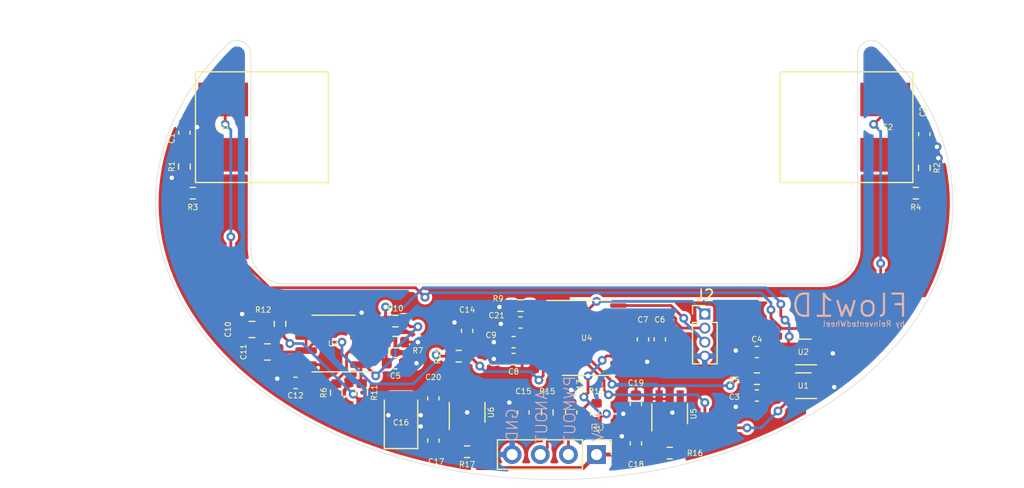
<source format=kicad_pcb>
(kicad_pcb (version 20171130) (host pcbnew 5.1.9-73d0e3b20d~88~ubuntu20.04.1)
  (layers (0 F.Cu signal) (31 B.Cu signal) (34 B.Paste user) (35 F.Paste user) (36 B.SilkS user) (37 F.SilkS user) (38 B.Mask user) (39 F.Mask user) (44 Edge.Cuts user))
  (net 0 "")
  (net 1 GND)
  (net 2 "Net-(C1-Pad1)")
  (net 3 "Net-(C2-Pad1)")
  (net 4 VDD)
  (net 5 "Net-(C5-Pad1)")
  (net 6 VDDA)
  (net 7 "Net-(C10-Pad1)")
  (net 8 "Net-(C11-Pad2)")
  (net 9 "Net-(C11-Pad1)")
  (net 10 "Net-(C13-Pad2)")
  (net 11 /ADC_IN)
  (net 12 /OUT_ANALOG)
  (net 13 +5V)
  (net 14 /OUT_PWM)
  (net 15 /SWCLK)
  (net 16 /SWDIO)
  (net 17 /NRST)
  (net 18 "Net-(LS2-Pad2)")
  (net 19 "Net-(R5-Pad2)")
  (net 20 /PULSE)
  (net 21 "Net-(R9-Pad1)")
  (net 22 /SIGNAL)
  (net 23 "Net-(R10-Pad1)")
  (net 24 "Net-(R16-Pad1)")
  (net 25 "Net-(R17-Pad1)")
  (net 26 /DIR)
  (net 27 "Net-(U4-Pad18)")
  (net 28 "Net-(U4-Pad17)")
  (net 29 "Net-(U4-Pad14)")
  (net 30 "Net-(U4-Pad12)")
  (net 31 "Net-(U4-Pad11)")
  (net 32 "Net-(U4-Pad10)")
  (net 33 "Net-(U4-Pad7)")
  (net 34 "Net-(U4-Pad3)")
  (net 35 "Net-(U4-Pad2)")
  (net 36 "Net-(U5-Pad4)")
  (net 37 "Net-(U6-Pad4)")
  (net 38 "Net-(LS1-Pad1)")
  (module Connector_PinHeader_1.27mm:PinHeader_1x04_P1.27mm_Vertical (layer F.Cu) (at 164.338 131.445)
    (fp_text reference J2 (at 0 -1.695) (layer F.SilkS))
    (fp_text value Conn_01x04_Male)
    (pad 4 thru_hole oval (at 0 3.81) (size 1 1) (drill 0.65) (layers *.Cu *.Mask) (net 1 GND))
    (pad 3 thru_hole oval (at 0 2.54) (size 1 1) (drill 0.65) (layers *.Cu *.Mask) (net 15 /SWCLK))
    (pad 2 thru_hole oval (at 0 1.27) (size 1 1) (drill 0.65) (layers *.Cu *.Mask) (net 16 /SWDIO))
    (pad 1 thru_hole rect (at 0 0) (size 1 1) (drill 0.65) (layers *.Cu *.Mask) (net 17 /NRST))
  )
  (module Capacitor_SMD:C_0603_1608Metric (layer F.Cu) (at 147.701 132.207 180)
    (fp_text reference C21 (at 2.159 0.635) (layer F.SilkS) (effects (font (size 0.5 0.5) (thickness 0.075))))
    (fp_text value 100n)
    (pad 2 smd roundrect (at 0.775 0 180) (size 0.9 0.95) (layers F.Cu F.Paste F.Mask) (net 1 GND))
    (pad 1 smd roundrect (at -0.775 0 180) (size 0.9 0.95) (layers F.Cu F.Paste F.Mask) (net 17 /NRST))
  )
  (module Capacitor_SMD:C_0603_1608Metric (layer F.Cu) (at 169.037 138.811 180)
    (fp_text reference C3 (at 2.032 -0.127) (layer F.SilkS) (effects (font (size 0.5 0.5) (thickness 0.075))))
    (fp_text value 100n)
    (pad 2 smd roundrect (at 0.775 0 180) (size 0.9 0.95) (layers F.Cu F.Paste F.Mask) (net 1 GND))
    (pad 1 smd roundrect (at -0.775 0 180) (size 0.9 0.95) (layers F.Cu F.Paste F.Mask) (net 4 VDD))
  )
  (module Capacitor_SMD:C_0603_1608Metric (layer F.Cu) (at 152.273 140.335 270)
    (fp_text reference C13 (at -2.286 -0.762 270) (layer F.SilkS) (effects (font (size 0.5 0.5) (thickness 0.075))))
    (fp_text value 2.2u)
    (pad 2 smd roundrect (at 0.775 0 270) (size 0.9 0.95) (layers F.Cu F.Paste F.Mask) (net 10 "Net-(C13-Pad2)"))
    (pad 1 smd roundrect (at -0.775 0 270) (size 0.9 0.95) (layers F.Cu F.Paste F.Mask) (net 1 GND))
  )
  (module Capacitor_Tantalum_SMD:CP_EIA-3528-12_Kemet-T_Pad1.50x2.35mm_HandSolder (layer F.Cu) (at 136.906 140.97 90)
    (fp_text reference C16 (at -0.28 0 180) (layer F.SilkS) (effects (font (size 0.5 0.5) (thickness 0.075))))
    (fp_text value "47u 10v")
    (pad 2 smd roundrect (at 1.625 0 90) (size 1.5 2.35) (layers F.Cu F.Paste F.Mask) (roundrect_rratio 0.1666666666666667) (net 1 GND))
    (pad 1 smd roundrect (at -1.625 0 90) (size 1.5 2.35) (layers F.Cu F.Paste F.Mask) (roundrect_rratio 0.1666666666666667) (net 13 +5V))
  )
  (module Package_TO_SOT_SMD:SOT-363_SC-70-6_Handsoldering (layer F.Cu) (at 173.228 134.874 180)
    (fp_text reference U2 (at 0 0) (layer F.SilkS) (effects (font (size 0.5 0.5) (thickness 0.075))))
    (fp_text value NC7SB3157P6X)
    (pad 6 smd rect (at 1.33 -0.65 180) (size 1.5 0.4) (layers F.Cu F.Paste F.Mask) (net 26 /DIR))
    (pad 5 smd rect (at 1.33 0 180) (size 1.5 0.4) (layers F.Cu F.Paste F.Mask) (net 4 VDD))
    (pad 4 smd rect (at 1.33 0.65 180) (size 1.5 0.4) (layers F.Cu F.Paste F.Mask) (net 22 /SIGNAL))
    (pad 3 smd rect (at -1.33 0.65 180) (size 1.5 0.4) (layers F.Cu F.Paste F.Mask) (net 38 "Net-(LS1-Pad1)"))
    (pad 2 smd rect (at -1.33 0 180) (size 1.5 0.4) (layers F.Cu F.Paste F.Mask) (net 1 GND))
    (pad 1 smd rect (at -1.33 -0.65 180) (size 1.5 0.4) (layers F.Cu F.Paste F.Mask) (net 18 "Net-(LS2-Pad2)"))
  )
  (module Package_TO_SOT_SMD:SOT-363_SC-70-6_Handsoldering (layer F.Cu) (at 173.228 137.922 180)
    (fp_text reference U1 (at 0 0) (layer F.SilkS) (effects (font (size 0.5 0.5) (thickness 0.075))))
    (fp_text value NC7SB3157P6X)
    (pad 6 smd rect (at 1.33 -0.65 180) (size 1.5 0.4) (layers F.Cu F.Paste F.Mask) (net 26 /DIR))
    (pad 5 smd rect (at 1.33 0 180) (size 1.5 0.4) (layers F.Cu F.Paste F.Mask) (net 4 VDD))
    (pad 4 smd rect (at 1.33 0.65 180) (size 1.5 0.4) (layers F.Cu F.Paste F.Mask) (net 19 "Net-(R5-Pad2)"))
    (pad 3 smd rect (at -1.33 0.65 180) (size 1.5 0.4) (layers F.Cu F.Paste F.Mask) (net 18 "Net-(LS2-Pad2)"))
    (pad 2 smd rect (at -1.33 0 180) (size 1.5 0.4) (layers F.Cu F.Paste F.Mask) (net 1 GND))
    (pad 1 smd rect (at -1.33 -0.65 180) (size 1.5 0.4) (layers F.Cu F.Paste F.Mask) (net 38 "Net-(LS1-Pad1)"))
  )
  (module Package_TO_SOT_SMD:SOT-23-5_HandSoldering (layer F.Cu) (at 142.875 140.335 90)
    (fp_text reference U6 (at 0 2.159 90) (layer F.SilkS) (effects (font (size 0.5 0.5) (thickness 0.075))))
    (fp_text value LR9102G)
    (pad 5 smd rect (at 1.35 -0.95 90) (size 1.56 0.65) (layers F.Cu F.Paste F.Mask) (net 6 VDDA))
    (pad 4 smd rect (at 1.35 0.95 90) (size 1.56 0.65) (layers F.Cu F.Paste F.Mask) (net 37 "Net-(U6-Pad4)"))
    (pad 3 smd rect (at -1.35 0.95 90) (size 1.56 0.65) (layers F.Cu F.Paste F.Mask) (net 25 "Net-(R17-Pad1)"))
    (pad 2 smd rect (at -1.35 0 90) (size 1.56 0.65) (layers F.Cu F.Paste F.Mask) (net 1 GND))
    (pad 1 smd rect (at -1.35 -0.95 90) (size 1.56 0.65) (layers F.Cu F.Paste F.Mask) (net 13 +5V))
  )
  (module Package_TO_SOT_SMD:SOT-23-5_HandSoldering (layer F.Cu) (at 161.163 140.462 90)
    (fp_text reference U5 (at 0 2.159 90) (layer F.SilkS) (effects (font (size 0.5 0.5) (thickness 0.075))))
    (fp_text value LR9102G)
    (pad 5 smd rect (at 1.35 -0.95 90) (size 1.56 0.65) (layers F.Cu F.Paste F.Mask) (net 4 VDD))
    (pad 4 smd rect (at 1.35 0.95 90) (size 1.56 0.65) (layers F.Cu F.Paste F.Mask) (net 36 "Net-(U5-Pad4)"))
    (pad 3 smd rect (at -1.35 0.95 90) (size 1.56 0.65) (layers F.Cu F.Paste F.Mask) (net 24 "Net-(R16-Pad1)"))
    (pad 2 smd rect (at -1.35 0 90) (size 1.56 0.65) (layers F.Cu F.Paste F.Mask) (net 1 GND))
    (pad 1 smd rect (at -1.35 -0.95 90) (size 1.56 0.65) (layers F.Cu F.Paste F.Mask) (net 13 +5V))
  )
  (module Package_SO:TSSOP-20_4.4x6.5mm_P0.65mm (layer F.Cu) (at 153.67 133.604)
    (fp_text reference U4 (at 0 0) (layer F.SilkS) (effects (font (size 0.5 0.5) (thickness 0.075))))
    (fp_text value STM32L031F4Px)
    (pad 20 smd roundrect (at 2.8625 -2.925) (size 1.475 0.4) (layers F.Cu F.Paste F.Mask) (net 15 /SWCLK))
    (pad 19 smd roundrect (at 2.8625 -2.275) (size 1.475 0.4) (layers F.Cu F.Paste F.Mask) (net 16 /SWDIO))
    (pad 18 smd roundrect (at 2.8625 -1.625) (size 1.475 0.4) (layers F.Cu F.Paste F.Mask) (net 27 "Net-(U4-Pad18)"))
    (pad 17 smd roundrect (at 2.8625 -0.975) (size 1.475 0.4) (layers F.Cu F.Paste F.Mask) (net 28 "Net-(U4-Pad17)"))
    (pad 16 smd roundrect (at 2.8625 -0.325) (size 1.475 0.4) (layers F.Cu F.Paste F.Mask) (net 4 VDD))
    (pad 15 smd roundrect (at 2.8625 0.325) (size 1.475 0.4) (layers F.Cu F.Paste F.Mask) (net 1 GND))
    (pad 14 smd roundrect (at 2.8625 0.975) (size 1.475 0.4) (layers F.Cu F.Paste F.Mask) (net 29 "Net-(U4-Pad14)"))
    (pad 13 smd roundrect (at 2.8625 1.625) (size 1.475 0.4) (layers F.Cu F.Paste F.Mask) (net 14 /OUT_PWM))
    (pad 12 smd roundrect (at 2.8625 2.275) (size 1.475 0.4) (layers F.Cu F.Paste F.Mask) (net 30 "Net-(U4-Pad12)"))
    (pad 11 smd roundrect (at 2.8625 2.925) (size 1.475 0.4) (layers F.Cu F.Paste F.Mask) (net 31 "Net-(U4-Pad11)"))
    (pad 10 smd roundrect (at -2.8625 2.925) (size 1.475 0.4) (layers F.Cu F.Paste F.Mask) (net 32 "Net-(U4-Pad10)"))
    (pad 9 smd roundrect (at -2.8625 2.275) (size 1.475 0.4) (layers F.Cu F.Paste F.Mask) (net 26 /DIR))
    (pad 8 smd roundrect (at -2.8625 1.625) (size 1.475 0.4) (layers F.Cu F.Paste F.Mask) (net 20 /PULSE))
    (pad 7 smd roundrect (at -2.8625 0.975) (size 1.475 0.4) (layers F.Cu F.Paste F.Mask) (net 33 "Net-(U4-Pad7)"))
    (pad 6 smd roundrect (at -2.8625 0.325) (size 1.475 0.4) (layers F.Cu F.Paste F.Mask) (net 11 /ADC_IN))
    (pad 5 smd roundrect (at -2.8625 -0.325) (size 1.475 0.4) (layers F.Cu F.Paste F.Mask) (net 6 VDDA))
    (pad 4 smd roundrect (at -2.8625 -0.975) (size 1.475 0.4) (layers F.Cu F.Paste F.Mask) (net 17 /NRST))
    (pad 3 smd roundrect (at -2.8625 -1.625) (size 1.475 0.4) (layers F.Cu F.Paste F.Mask) (net 34 "Net-(U4-Pad3)"))
    (pad 2 smd roundrect (at -2.8625 -2.275) (size 1.475 0.4) (layers F.Cu F.Paste F.Mask) (net 35 "Net-(U4-Pad2)"))
    (pad 1 smd roundrect (at -2.8625 -2.925) (size 1.475 0.4) (layers F.Cu F.Paste F.Mask) (net 21 "Net-(R9-Pad1)"))
  )
  (module Package_SO:SOIC-8_3.9x4.9mm_P1.27mm (layer F.Cu) (at 130.81 134.112 180)
    (fp_text reference U3 (at 0 0) (layer F.SilkS) (effects (font (size 0.5 0.5) (thickness 0.075))))
    (fp_text value TLV9062)
    (pad 8 smd roundrect (at 2.475 -1.905 180) (size 1.95 0.6) (layers F.Cu F.Paste F.Mask) (net 6 VDDA))
    (pad 7 smd roundrect (at 2.475 -0.635 180) (size 1.95 0.6) (layers F.Cu F.Paste F.Mask) (net 9 "Net-(C11-Pad1)"))
    (pad 6 smd roundrect (at 2.475 0.635 180) (size 1.95 0.6) (layers F.Cu F.Paste F.Mask) (net 9 "Net-(C11-Pad1)"))
    (pad 5 smd roundrect (at 2.475 1.905 180) (size 1.95 0.6) (layers F.Cu F.Paste F.Mask) (net 7 "Net-(C10-Pad1)"))
    (pad 4 smd roundrect (at -2.475 1.905 180) (size 1.95 0.6) (layers F.Cu F.Paste F.Mask) (net 1 GND))
    (pad 3 smd roundrect (at -2.475 0.635 180) (size 1.95 0.6) (layers F.Cu F.Paste F.Mask) (net 22 /SIGNAL))
    (pad 2 smd roundrect (at -2.475 -0.635 180) (size 1.95 0.6) (layers F.Cu F.Paste F.Mask) (net 5 "Net-(C5-Pad1)"))
    (pad 1 smd roundrect (at -2.475 -1.905 180) (size 1.95 0.6) (layers F.Cu F.Paste F.Mask) (net 23 "Net-(R10-Pad1)"))
  )
  (module Resistor_SMD:R_0603_1608Metric (layer F.Cu) (at 142.875 143.891 180)
    (fp_text reference R17 (at 0 -1.143) (layer F.SilkS) (effects (font (size 0.5 0.5) (thickness 0.075))))
    (fp_text value 10k)
    (pad 2 smd roundrect (at 0.825 0 180) (size 0.8 0.95) (layers F.Cu F.Paste F.Mask) (net 13 +5V))
    (pad 1 smd roundrect (at -0.825 0 180) (size 0.8 0.95) (layers F.Cu F.Paste F.Mask) (net 25 "Net-(R17-Pad1)"))
  )
  (module Resistor_SMD:R_0603_1608Metric (layer F.Cu) (at 161.163 144.018 180)
    (fp_text reference R16 (at -2.286 0 180) (layer F.SilkS) (effects (font (size 0.5 0.5) (thickness 0.075))))
    (fp_text value 10k)
    (pad 2 smd roundrect (at 0.825 0 180) (size 0.8 0.95) (layers F.Cu F.Paste F.Mask) (net 13 +5V))
    (pad 1 smd roundrect (at -0.825 0 180) (size 0.8 0.95) (layers F.Cu F.Paste F.Mask) (net 24 "Net-(R16-Pad1)"))
  )
  (module Resistor_SMD:R_0603_1608Metric (layer F.Cu) (at 150.114 140.335 90)
    (fp_text reference R15 (at 1.905 0 180) (layer F.SilkS) (effects (font (size 0.5 0.5) (thickness 0.075))))
    (fp_text value 4.7k)
    (pad 2 smd roundrect (at 0.825 0 90) (size 0.8 0.95) (layers F.Cu F.Paste F.Mask) (net 10 "Net-(C13-Pad2)"))
    (pad 1 smd roundrect (at -0.825 0 90) (size 0.8 0.95) (layers F.Cu F.Paste F.Mask) (net 12 /OUT_ANALOG))
  )
  (module Resistor_SMD:R_0603_1608Metric (layer F.Cu) (at 142.113 135.255 180)
    (fp_text reference R14 (at 1.905 0 90) (layer F.SilkS) (effects (font (size 0.5 0.5) (thickness 0.075))))
    (fp_text value 22R)
    (pad 2 smd roundrect (at 0.825 0 180) (size 0.8 0.95) (layers F.Cu F.Paste F.Mask) (net 9 "Net-(C11-Pad1)"))
    (pad 1 smd roundrect (at -0.825 0 180) (size 0.8 0.95) (layers F.Cu F.Paste F.Mask) (net 11 /ADC_IN))
  )
  (module Resistor_SMD:R_0603_1608Metric (layer F.Cu) (at 154.559 140.335 270)
    (fp_text reference R13 (at -1.905 0 180) (layer F.SilkS) (effects (font (size 0.5 0.5) (thickness 0.075))))
    (fp_text value 470R)
    (pad 2 smd roundrect (at 0.825 0 270) (size 0.8 0.95) (layers F.Cu F.Paste F.Mask) (net 14 /OUT_PWM))
    (pad 1 smd roundrect (at -0.825 0 270) (size 0.8 0.95) (layers F.Cu F.Paste F.Mask) (net 10 "Net-(C13-Pad2)"))
  )
  (module Resistor_SMD:R_0603_1608Metric (layer F.Cu) (at 125.984 132.334 270)
    (fp_text reference R12 (at -1.27 1.524) (layer F.SilkS) (effects (font (size 0.5 0.5) (thickness 0.075))))
    (fp_text value "2.21k %1")
    (pad 2 smd roundrect (at 0.825 0 270) (size 0.8 0.95) (layers F.Cu F.Paste F.Mask) (net 8 "Net-(C11-Pad2)"))
    (pad 1 smd roundrect (at -0.825 0 270) (size 0.8 0.95) (layers F.Cu F.Paste F.Mask) (net 7 "Net-(C10-Pad1)"))
  )
  (module Resistor_SMD:R_0603_1608Metric (layer F.Cu) (at 133.35 138.557 90)
    (fp_text reference R11 (at 0 1.143 90) (layer F.SilkS) (effects (font (size 0.5 0.5) (thickness 0.075))))
    (fp_text value "1.4k %1")
    (pad 2 smd roundrect (at 0.825 0 90) (size 0.8 0.95) (layers F.Cu F.Paste F.Mask) (net 23 "Net-(R10-Pad1)"))
    (pad 1 smd roundrect (at -0.825 0 90) (size 0.8 0.95) (layers F.Cu F.Paste F.Mask) (net 8 "Net-(C11-Pad2)"))
  )
  (module Resistor_SMD:R_0603_1608Metric (layer F.Cu) (at 136.398 132.08 180)
    (fp_text reference R10 (at 0 1.143) (layer F.SilkS) (effects (font (size 0.5 0.5) (thickness 0.075))))
    (fp_text value 47k)
    (pad 2 smd roundrect (at 0.825 0 180) (size 0.8 0.95) (layers F.Cu F.Paste F.Mask) (net 22 /SIGNAL))
    (pad 1 smd roundrect (at -0.825 0 180) (size 0.8 0.95) (layers F.Cu F.Paste F.Mask) (net 23 "Net-(R10-Pad1)"))
  )
  (module Resistor_SMD:R_0603_1608Metric (layer F.Cu) (at 147.701 130.683 180)
    (fp_text reference R9 (at 2.032 0.635) (layer F.SilkS) (effects (font (size 0.5 0.5) (thickness 0.075))))
    (fp_text value 10k)
    (pad 2 smd roundrect (at 0.825 0 180) (size 0.8 0.95) (layers F.Cu F.Paste F.Mask) (net 1 GND))
    (pad 1 smd roundrect (at -0.825 0 180) (size 0.8 0.95) (layers F.Cu F.Paste F.Mask) (net 21 "Net-(R9-Pad1)"))
  )
  (module Resistor_SMD:R_0603_1608Metric (layer F.Cu) (at 136.398 133.985)
    (fp_text reference R7 (at 2.032 0.762) (layer F.SilkS) (effects (font (size 0.5 0.5) (thickness 0.075))))
    (fp_text value 10k)
    (pad 2 smd roundrect (at 0.825 0) (size 0.8 0.95) (layers F.Cu F.Paste F.Mask) (net 1 GND))
    (pad 1 smd roundrect (at -0.825 0) (size 0.8 0.95) (layers F.Cu F.Paste F.Mask) (net 5 "Net-(C5-Pad1)"))
  )
  (module Resistor_SMD:R_0603_1608Metric (layer F.Cu) (at 131.064 138.557 90)
    (fp_text reference R6 (at 0 -1.143 90) (layer F.SilkS) (effects (font (size 0.5 0.5) (thickness 0.075))))
    (fp_text value 10k)
    (pad 2 smd roundrect (at 0.825 0 90) (size 0.8 0.95) (layers F.Cu F.Paste F.Mask) (net 5 "Net-(C5-Pad1)"))
    (pad 1 smd roundrect (at -0.825 0 90) (size 0.8 0.95) (layers F.Cu F.Paste F.Mask) (net 6 VDDA))
  )
  (module Resistor_SMD:R_0603_1608Metric (layer F.Cu) (at 169.037 137.287)
    (fp_text reference R5 (at -2.032 0.127) (layer F.SilkS) (effects (font (size 0.5 0.5) (thickness 0.075))))
    (fp_text value 22R)
    (pad 2 smd roundrect (at 0.825 0) (size 0.8 0.95) (layers F.Cu F.Paste F.Mask) (net 19 "Net-(R5-Pad2)"))
    (pad 1 smd roundrect (at -0.825 0) (size 0.8 0.95) (layers F.Cu F.Paste F.Mask) (net 20 /PULSE))
  )
  (module Resistor_SMD:R_0603_1608Metric (layer F.Cu) (at 183.388 120.523)
    (fp_text reference R4 (at 0 1.27) (layer F.SilkS) (effects (font (size 0.5 0.5) (thickness 0.075))))
    (fp_text value 10k)
    (pad 2 smd roundrect (at 0.825 0) (size 0.8 0.95) (layers F.Cu F.Paste F.Mask) (net 3 "Net-(C2-Pad1)"))
    (pad 1 smd roundrect (at -0.825 0) (size 0.8 0.95) (layers F.Cu F.Paste F.Mask) (net 6 VDDA))
  )
  (module Resistor_SMD:R_0603_1608Metric (layer F.Cu) (at 118.11 120.523 180)
    (fp_text reference R3 (at 0 -1.27) (layer F.SilkS) (effects (font (size 0.5 0.5) (thickness 0.075))))
    (fp_text value 10k)
    (pad 2 smd roundrect (at 0.825 0 180) (size 0.8 0.95) (layers F.Cu F.Paste F.Mask) (net 2 "Net-(C1-Pad1)"))
    (pad 1 smd roundrect (at -0.825 0 180) (size 0.8 0.95) (layers F.Cu F.Paste F.Mask) (net 6 VDDA))
  )
  (module Resistor_SMD:R_0603_1608Metric (layer F.Cu) (at 184.15 118.237 90)
    (fp_text reference R2 (at 0 1.143 90) (layer F.SilkS) (effects (font (size 0.5 0.5) (thickness 0.075))))
    (fp_text value 10k)
    (pad 2 smd roundrect (at 0.825 0 90) (size 0.8 0.95) (layers F.Cu F.Paste F.Mask) (net 1 GND))
    (pad 1 smd roundrect (at -0.825 0 90) (size 0.8 0.95) (layers F.Cu F.Paste F.Mask) (net 3 "Net-(C2-Pad1)"))
  )
  (module Resistor_SMD:R_0603_1608Metric (layer F.Cu) (at 117.348 118.11 270)
    (fp_text reference R1 (at 0 1.143 90) (layer F.SilkS) (effects (font (size 0.5 0.5) (thickness 0.075))))
    (fp_text value 10k)
    (pad 2 smd roundrect (at 0.825 0 270) (size 0.8 0.95) (layers F.Cu F.Paste F.Mask) (net 1 GND))
    (pad 1 smd roundrect (at -0.825 0 270) (size 0.8 0.95) (layers F.Cu F.Paste F.Mask) (net 2 "Net-(C1-Pad1)"))
  )
  (module flow:US_RXTX_10mm (layer F.Cu) (at 178.122899 114.554 180)
    (fp_text reference LS2 (at -2.54 0) (layer F.SilkS) (effects (font (size 0.5 0.5) (thickness 0.075))))
    (fp_text value Speaker_Ultrasound)
    (pad 2 smd rect (at -2.5 2.5 180) (size 4.5 3.028) (layers F.Cu F.Paste F.Mask) (net 18 "Net-(LS2-Pad2)"))
    (pad 1 smd rect (at -2.5 -2.5 180) (size 4.5 3.048) (layers F.Cu F.Paste F.Mask) (net 3 "Net-(C2-Pad1)"))
  )
  (module flow:US_RXTX_10mm (layer F.Cu) (at 123.347901 114.554)
    (fp_text reference LS1 (at -2.54 0) (layer F.SilkS) (effects (font (size 0.5 0.5) (thickness 0.075))))
    (fp_text value Speaker_Ultrasound)
    (pad 2 smd rect (at -2.5 2.5) (size 4.5 3.028) (layers F.Cu F.Paste F.Mask) (net 2 "Net-(C1-Pad1)"))
    (pad 1 smd rect (at -2.5 -2.5) (size 4.5 3.048) (layers F.Cu F.Paste F.Mask) (net 38 "Net-(LS1-Pad1)"))
  )
  (module Connector_PinHeader_2.54mm:PinHeader_1x04_P2.54mm_Vertical (layer F.Cu) (at 154.559 144.145 270)
    (fp_text reference J1 (at -2.286 0 90) (layer F.SilkS) (effects (font (size 0.5 0.5) (thickness 0.075))))
    (fp_text value Conn_01x04_Male)
    (pad 4 thru_hole oval (at 0 7.62 270) (size 1.7 1.7) (drill 1) (layers *.Cu *.Mask) (net 1 GND))
    (pad 3 thru_hole oval (at 0 5.08 270) (size 1.7 1.7) (drill 1) (layers *.Cu *.Mask) (net 12 /OUT_ANALOG))
    (pad 2 thru_hole oval (at 0 2.54 270) (size 1.7 1.7) (drill 1) (layers *.Cu *.Mask) (net 14 /OUT_PWM))
    (pad 1 thru_hole rect (at 0 0 270) (size 1.7 1.7) (drill 1) (layers *.Cu *.Mask) (net 13 +5V))
  )
  (module Capacitor_SMD:C_0603_1608Metric (layer F.Cu) (at 139.827 139.065 90)
    (fp_text reference C20 (at 1.905 0 180) (layer F.SilkS) (effects (font (size 0.5 0.5) (thickness 0.075))))
    (fp_text value 1u)
    (pad 2 smd roundrect (at 0.775 0 90) (size 0.9 0.95) (layers F.Cu F.Paste F.Mask) (net 6 VDDA))
    (pad 1 smd roundrect (at -0.775 0 90) (size 0.9 0.95) (layers F.Cu F.Paste F.Mask) (net 1 GND))
  )
  (module Capacitor_SMD:C_0603_1608Metric (layer F.Cu) (at 158.115 139.573 90)
    (fp_text reference C19 (at 1.905 0 180) (layer F.SilkS) (effects (font (size 0.5 0.5) (thickness 0.075))))
    (fp_text value 1u)
    (pad 2 smd roundrect (at 0.775 0 90) (size 0.9 0.95) (layers F.Cu F.Paste F.Mask) (net 4 VDD))
    (pad 1 smd roundrect (at -0.775 0 90) (size 0.9 0.95) (layers F.Cu F.Paste F.Mask) (net 1 GND))
  )
  (module Capacitor_SMD:C_0603_1608Metric (layer F.Cu) (at 158.115 143.129 90)
    (fp_text reference C18 (at -1.905 0) (layer F.SilkS) (effects (font (size 0.5 0.5) (thickness 0.075))))
    (fp_text value "2.2u 16v")
    (pad 2 smd roundrect (at 0.775 0 90) (size 0.9 0.95) (layers F.Cu F.Paste F.Mask) (net 1 GND))
    (pad 1 smd roundrect (at -0.775 0 90) (size 0.9 0.95) (layers F.Cu F.Paste F.Mask) (net 13 +5V))
  )
  (module Capacitor_SMD:C_0603_1608Metric (layer F.Cu) (at 139.827 142.875 90)
    (fp_text reference C17 (at -1.905 0.254) (layer F.SilkS) (effects (font (size 0.5 0.5) (thickness 0.075))))
    (fp_text value "2.2u 16v")
    (pad 2 smd roundrect (at 0.775 0 90) (size 0.9 0.95) (layers F.Cu F.Paste F.Mask) (net 1 GND))
    (pad 1 smd roundrect (at -0.775 0 90) (size 0.9 0.95) (layers F.Cu F.Paste F.Mask) (net 13 +5V))
  )
  (module Capacitor_SMD:C_0603_1608Metric (layer F.Cu) (at 147.955 140.335 270)
    (fp_text reference C15 (at -1.905 0) (layer F.SilkS) (effects (font (size 0.5 0.5) (thickness 0.075))))
    (fp_text value 330n)
    (pad 2 smd roundrect (at 0.775 0 270) (size 0.9 0.95) (layers F.Cu F.Paste F.Mask) (net 12 /OUT_ANALOG))
    (pad 1 smd roundrect (at -0.775 0 270) (size 0.9 0.95) (layers F.Cu F.Paste F.Mask) (net 1 GND))
  )
  (module Capacitor_SMD:C_0603_1608Metric (layer F.Cu) (at 142.875 132.969 90)
    (fp_text reference C14 (at 1.905 0 180) (layer F.SilkS) (effects (font (size 0.5 0.5) (thickness 0.075))))
    (fp_text value 22n)
    (pad 2 smd roundrect (at 0.775 0 90) (size 0.9 0.95) (layers F.Cu F.Paste F.Mask) (net 1 GND))
    (pad 1 smd roundrect (at -0.775 0 90) (size 0.9 0.95) (layers F.Cu F.Paste F.Mask) (net 11 /ADC_IN))
  )
  (module Capacitor_SMD:C_0603_1608Metric (layer F.Cu) (at 127.381 137.668)
    (fp_text reference C12 (at 0 1.143) (layer F.SilkS) (effects (font (size 0.5 0.5) (thickness 0.075))))
    (fp_text value 100n)
    (pad 2 smd roundrect (at 0.775 0) (size 0.9 0.95) (layers F.Cu F.Paste F.Mask) (net 6 VDDA))
    (pad 1 smd roundrect (at -0.775 0) (size 0.9 0.95) (layers F.Cu F.Paste F.Mask) (net 1 GND))
  )
  (module Capacitor_SMD:C_0805_2012Metric (layer F.Cu) (at 124.841 134.874 180)
    (fp_text reference C11 (at 2.159 0 90) (layer F.SilkS) (effects (font (size 0.5 0.5) (thickness 0.075))))
    (fp_text value "1.5n %5")
    (pad 2 smd roundrect (at 0.95 0 180) (size 1 1.45) (layers F.Cu F.Paste F.Mask) (net 8 "Net-(C11-Pad2)"))
    (pad 1 smd roundrect (at -0.95 0 180) (size 1 1.45) (layers F.Cu F.Paste F.Mask) (net 9 "Net-(C11-Pad1)"))
  )
  (module Capacitor_SMD:C_0805_2012Metric (layer F.Cu) (at 123.444 132.842 180)
    (fp_text reference C10 (at 2.159 0 90) (layer F.SilkS) (effects (font (size 0.5 0.5) (thickness 0.075))))
    (fp_text value "1n %5")
    (pad 2 smd roundrect (at 0.95 0 180) (size 1 1.45) (layers F.Cu F.Paste F.Mask) (net 1 GND))
    (pad 1 smd roundrect (at -0.95 0 180) (size 1 1.45) (layers F.Cu F.Paste F.Mask) (net 7 "Net-(C10-Pad1)"))
  )
  (module Capacitor_SMD:C_0603_1608Metric (layer F.Cu) (at 147.066 133.985)
    (fp_text reference C9 (at -2.032 -0.635) (layer F.SilkS) (effects (font (size 0.5 0.5) (thickness 0.075))))
    (fp_text value 100n)
    (pad 2 smd roundrect (at 0.775 0) (size 0.9 0.95) (layers F.Cu F.Paste F.Mask) (net 6 VDDA))
    (pad 1 smd roundrect (at -0.775 0) (size 0.9 0.95) (layers F.Cu F.Paste F.Mask) (net 1 GND))
  )
  (module Capacitor_SMD:C_0603_1608Metric (layer F.Cu) (at 147.066 135.509)
    (fp_text reference C8 (at 0 1.143) (layer F.SilkS) (effects (font (size 0.5 0.5) (thickness 0.075))))
    (fp_text value 1u)
    (pad 2 smd roundrect (at 0.775 0) (size 0.9 0.95) (layers F.Cu F.Paste F.Mask) (net 6 VDDA))
    (pad 1 smd roundrect (at -0.775 0) (size 0.9 0.95) (layers F.Cu F.Paste F.Mask) (net 1 GND))
  )
  (module Capacitor_SMD:C_0603_1608Metric (layer F.Cu) (at 158.75 133.731 270)
    (fp_text reference C7 (at -1.778 0 180) (layer F.SilkS) (effects (font (size 0.5 0.5) (thickness 0.075))))
    (fp_text value 100n)
    (pad 2 smd roundrect (at 0.775 0 270) (size 0.9 0.95) (layers F.Cu F.Paste F.Mask) (net 1 GND))
    (pad 1 smd roundrect (at -0.775 0 270) (size 0.9 0.95) (layers F.Cu F.Paste F.Mask) (net 4 VDD))
  )
  (module Capacitor_SMD:C_0603_1608Metric (layer F.Cu) (at 160.274 133.731 270)
    (fp_text reference C6 (at -1.778 0 180) (layer F.SilkS) (effects (font (size 0.5 0.5) (thickness 0.075))))
    (fp_text value 10u)
    (pad 2 smd roundrect (at 0.775 0 270) (size 0.9 0.95) (layers F.Cu F.Paste F.Mask) (net 1 GND))
    (pad 1 smd roundrect (at -0.775 0 270) (size 0.9 0.95) (layers F.Cu F.Paste F.Mask) (net 4 VDD))
  )
  (module Capacitor_SMD:C_0603_1608Metric (layer F.Cu) (at 136.398 135.89)
    (fp_text reference C5 (at 0 1.143) (layer F.SilkS) (effects (font (size 0.5 0.5) (thickness 0.075))))
    (fp_text value 1u)
    (pad 2 smd roundrect (at 0.775 0) (size 0.9 0.95) (layers F.Cu F.Paste F.Mask) (net 1 GND))
    (pad 1 smd roundrect (at -0.775 0) (size 0.9 0.95) (layers F.Cu F.Paste F.Mask) (net 5 "Net-(C5-Pad1)"))
  )
  (module Capacitor_SMD:C_0603_1608Metric (layer F.Cu) (at 169.037 134.874 180)
    (fp_text reference C4 (at 0 1.143) (layer F.SilkS) (effects (font (size 0.5 0.5) (thickness 0.075))))
    (fp_text value 100n)
    (pad 2 smd roundrect (at 0.775 0 180) (size 0.9 0.95) (layers F.Cu F.Paste F.Mask) (net 1 GND))
    (pad 1 smd roundrect (at -0.775 0 180) (size 0.9 0.95) (layers F.Cu F.Paste F.Mask) (net 4 VDD))
  )
  (module Capacitor_SMD:C_0603_1608Metric (layer F.Cu) (at 184.15 115.189 270)
    (fp_text reference C2 (at -2.032 0.127 90) (layer F.SilkS) (effects (font (size 0.5 0.5) (thickness 0.075))))
    (fp_text value 1u)
    (pad 2 smd roundrect (at 0.775 0 270) (size 0.9 0.95) (layers F.Cu F.Paste F.Mask) (net 1 GND))
    (pad 1 smd roundrect (at -0.775 0 270) (size 0.9 0.95) (layers F.Cu F.Paste F.Mask) (net 3 "Net-(C2-Pad1)"))
  )
  (module Capacitor_SMD:C_0603_1608Metric (layer F.Cu) (at 117.348 115.062 90)
    (fp_text reference C1 (at -0.508 -1.143 270) (layer F.SilkS) (effects (font (size 0.5 0.5) (thickness 0.075))))
    (fp_text value 1u)
    (pad 2 smd roundrect (at 0.775 0 90) (size 0.9 0.95) (layers F.Cu F.Paste F.Mask) (net 1 GND))
    (pad 1 smd roundrect (at -0.775 0 90) (size 0.9 0.95) (layers F.Cu F.Paste F.Mask) (net 2 "Net-(C1-Pad1)"))
  )
  (gr_text "by ReinventedWheel" (at 178.689 132.334) (layer B.SilkS) (effects (font (size 0.5 0.5) (thickness 0.075)) (justify mirror)))
  (gr_text Flow1D (at 177.419 130.683) (layer B.SilkS) (effects (font (size 2 2) (thickness 0.2)) (justify mirror)))
  (gr_text +5V (at 154.686 141.478 90) (layer B.SilkS) (effects (font (size 1 1) (thickness 0.1)) (justify mirror)))
  (gr_text PWMOUT (at 152.146 140.081 90) (layer B.SilkS) (effects (font (size 1 1) (thickness 0.1)) (justify mirror)))
  (gr_text ANOUT (at 149.606 140.716 90) (layer B.SilkS) (effects (font (size 1 1) (thickness 0.1)) (justify mirror)))
  (gr_text GND (at 146.939 141.478 90) (layer B.SilkS) (effects (font (size 1 1) (thickness 0.1)) (justify mirror)))
  (gr_line (start 119.268101 109.2545) (end 118.6907 110.0058) (layer Edge.Cuts) (width 0.05))
  (gr_line (start 127.1227 140.2695) (end 128.0619 140.817) (layer Edge.Cuts) (width 0.05))
  (gr_line (start 115.5125 126.56487) (end 115.7863 127.39498) (layer Edge.Cuts) (width 0.05))
  (gr_line (start 178.6127 137.2169) (end 179.3723 136.5483) (layer Edge.Cuts) (width 0.05))
  (gr_line (start 115.2337 117.25344) (end 115.051 118.09555) (layer Edge.Cuts) (width 0.05))
  (gr_line (start 126.472901 128.7235) (end 174.997899 128.7235) (layer Edge.Cuts) (width 0.05))
  (gr_line (start 115.051 118.09555) (end 114.9097 118.94149) (layer Edge.Cuts) (width 0.05))
  (gr_line (start 156.83768 146.0367) (end 158.04254 145.8781) (layer Edge.Cuts) (width 0.05))
  (gr_line (start 161.6007 145.2327) (end 162.7633 144.9619) (layer Edge.Cuts) (width 0.05))
  (gr_line (start 143.42826 145.8781) (end 144.63312 146.0367) (layer Edge.Cuts) (width 0.05))
  (gr_line (start 185.3701 128.21813) (end 185.6845 127.39498) (layer Edge.Cuts) (width 0.05))
  (gr_line (start 149.50926 146.384) (end 150.7354 146.3985) (layer Edge.Cuts) (width 0.05))
  (gr_line (start 116.3736 113.9428) (end 116.0279 114.75986) (layer Edge.Cuts) (width 0.05))
  (gr_arc (start 174.9979 125.5985) (end 174.9979 128.723499) (angle -90) (layer Edge.Cuts) (width 0.05))
  (gr_line (start 186.7097 122.343891) (end 186.7351 121.492465) (layer Edge.Cuts) (width 0.05))
  (gr_line (start 186.5611 118.94149) (end 186.4198 118.09555) (layer Edge.Cuts) (width 0.05))
  (gr_line (start 132.0706 142.7759) (end 133.1299 143.205) (layer Edge.Cuts) (width 0.05))
  (gr_line (start 165.045499 144.3385) (end 166.162299 143.9868) (layer Edge.Cuts) (width 0.05))
  (gr_line (start 178.122899 107.974678) (end 178.122899 125.598499) (layer Edge.Cuts) (width 0.05))
  (gr_line (start 185.4429 114.75986) (end 185.0972 113.9428) (layer Edge.Cuts) (width 0.05))
  (gr_line (start 128.0619 140.817) (end 129.0274 141.3421) (layer Edge.Cuts) (width 0.05))
  (gr_line (start 116.1007 128.21813) (end 116.4553 129.03337) (layer Edge.Cuts) (width 0.05))
  (gr_arc (start 126.472901 125.5985) (end 123.347901 125.598499) (angle -90) (layer Edge.Cuts) (width 0.05))
  (gr_line (start 158.04254 145.8781) (end 159.23891 145.6911) (layer Edge.Cuts) (width 0.05))
  (gr_line (start 180.0987 135.8622) (end 180.7911 135.1593) (layer Edge.Cuts) (width 0.05))
  (gr_line (start 117.283301 130.63633) (end 117.755801 131.4222) (layer Edge.Cuts) (width 0.05))
  (gr_line (start 115.7863 127.39498) (end 116.1007 128.21813) (layer Edge.Cuts) (width 0.05))
  (gr_line (start 133.1299 143.205) (end 134.2096 143.6088) (layer Edge.Cuts) (width 0.05))
  (gr_line (start 184.6212 129.83975) (end 185.0155 129.03337) (layer Edge.Cuts) (width 0.05))
  (gr_line (start 172.4434 141.3421) (end 173.4089 140.817) (layer Edge.Cuts) (width 0.05))
  (gr_line (start 151.96154 146.384) (end 153.18626 146.3405) (layer Edge.Cuts) (width 0.05))
  (gr_line (start 180.9392 107.795) (end 180.254499 107.0885) (layer Edge.Cuts) (width 0.05))
  (gr_line (start 160.42542 145.4758) (end 161.6007 145.2327) (layer Edge.Cuts) (width 0.05))
  (gr_line (start 185.0155 129.03337) (end 185.3701 128.21813) (layer Edge.Cuts) (width 0.05))
  (gr_line (start 184.7116 113.13439) (end 184.2866 112.33556) (layer Edge.Cuts) (width 0.05))
  (gr_line (start 182.202699 109.2545) (end 181.5889 108.5173) (layer Edge.Cuts) (width 0.05))
  (gr_line (start 184.187499 130.63633) (end 184.6212 129.83975) (layer Edge.Cuts) (width 0.05))
  (gr_line (start 169.4002 142.7759) (end 170.4378 142.3221) (layer Edge.Cuts) (width 0.05))
  (gr_line (start 154.40813 146.2681) (end 155.62574 146.1668) (layer Edge.Cuts) (width 0.05))
  (gr_line (start 126.2108 139.7) (end 127.1227 140.2695) (layer Edge.Cuts) (width 0.05))
  (gr_line (start 139.8701 145.2327) (end 141.04538 145.4758) (layer Edge.Cuts) (width 0.05))
  (gr_line (start 138.7075 144.9619) (end 139.8701 145.2327) (layer Edge.Cuts) (width 0.05))
  (gr_line (start 186.4198 118.09555) (end 186.2371 117.25344) (layer Edge.Cuts) (width 0.05))
  (gr_line (start 134.2096 143.6088) (end 135.308501 143.9868) (layer Edge.Cuts) (width 0.05))
  (gr_line (start 167.2612 143.6088) (end 168.3409 143.205) (layer Edge.Cuts) (width 0.05))
  (gr_line (start 182.0704 133.7064) (end 182.6559 132.9581) (layer Edge.Cuts) (width 0.05))
  (gr_line (start 181.5889 108.5173) (end 180.9392 107.795) (layer Edge.Cuts) (width 0.05))
  (gr_line (start 117.755801 131.4222) (end 118.2665 132.1964) (layer Edge.Cuts) (width 0.05))
  (gr_line (start 174.3481 140.2695) (end 175.26 139.7) (layer Edge.Cuts) (width 0.05))
  (gr_line (start 186.1913 125.72877) (end 186.3831 124.88764) (layer Edge.Cuts) (width 0.05))
  (gr_line (start 185.9583 126.56487) (end 186.1913 125.72877) (layer Edge.Cuts) (width 0.05))
  (gr_line (start 177.8207 137.867) (end 178.6127 137.2169) (layer Edge.Cuts) (width 0.05))
  (gr_line (start 131.033 142.3221) (end 132.0706 142.7759) (layer Edge.Cuts) (width 0.05))
  (gr_line (start 125.3274 139.1094) (end 126.2108 139.7) (layer Edge.Cuts) (width 0.05))
  (gr_line (start 150.7354 146.3985) (end 151.96154 146.384) (layer Edge.Cuts) (width 0.05))
  (gr_line (start 185.0972 113.9428) (end 184.7116 113.13439) (layer Edge.Cuts) (width 0.05))
  (gr_line (start 184.2866 112.33556) (end 183.8226 111.54725) (layer Edge.Cuts) (width 0.05))
  (gr_line (start 180.7911 135.1593) (end 181.4486 134.4404) (layer Edge.Cuts) (width 0.05))
  (gr_line (start 124.473501 138.4981) (end 125.3274 139.1094) (layer Edge.Cuts) (width 0.05))
  (gr_line (start 147.06267 146.2681) (end 148.28454 146.3405) (layer Edge.Cuts) (width 0.05))
  (gr_line (start 142.23189 145.6911) (end 143.42826 145.8781) (layer Edge.Cuts) (width 0.05))
  (gr_line (start 183.714999 131.4222) (end 184.187499 130.63633) (layer Edge.Cuts) (width 0.05))
  (gr_line (start 171.4526 141.8439) (end 172.4434 141.3421) (layer Edge.Cuts) (width 0.05))
  (gr_line (start 185.6845 127.39498) (end 185.9583 126.56487) (layer Edge.Cuts) (width 0.05))
  (gr_line (start 119.4004 133.7064) (end 120.0222 134.4404) (layer Edge.Cuts) (width 0.05))
  (gr_line (start 114.81 119.79028) (end 114.7519 120.640931) (layer Edge.Cuts) (width 0.05))
  (gr_line (start 182.7801 110.0058) (end 182.202699 109.2545) (layer Edge.Cuts) (width 0.05))
  (gr_line (start 118.8149 132.9581) (end 119.4004 133.7064) (layer Edge.Cuts) (width 0.05))
  (gr_line (start 186.0132 116.41615) (end 185.7484 115.58463) (layer Edge.Cuts) (width 0.05))
  (gr_line (start 135.308501 143.9868) (end 136.425301 144.3385) (layer Edge.Cuts) (width 0.05))
  (gr_line (start 145.84506 146.1668) (end 147.06267 146.2681) (layer Edge.Cuts) (width 0.05))
  (gr_line (start 116.8496 129.83975) (end 117.283301 130.63633) (layer Edge.Cuts) (width 0.05))
  (gr_line (start 117.6482 111.54725) (end 117.1842 112.33556) (layer Edge.Cuts) (width 0.05))
  (gr_line (start 183.8226 111.54725) (end 183.3202 110.7704) (layer Edge.Cuts) (width 0.05))
  (gr_line (start 159.23891 145.6911) (end 160.42542 145.4758) (layer Edge.Cuts) (width 0.05))
  (gr_line (start 122.8581 137.2169) (end 123.6501 137.867) (layer Edge.Cuts) (width 0.05))
  (gr_line (start 186.7189 120.640931) (end 186.6608 119.79028) (layer Edge.Cuts) (width 0.05))
  (gr_line (start 115.4576 116.41615) (end 115.2337 117.25344) (layer Edge.Cuts) (width 0.05))
  (gr_arc (start 122.097901 107.974678) (end 123.347901 107.974678) (angle -134.8507924) (layer Edge.Cuts) (width 0.05))
  (gr_line (start 114.8284 123.19422) (end 114.9373 124.04247) (layer Edge.Cuts) (width 0.05))
  (gr_line (start 170.4378 142.3221) (end 171.4526 141.8439) (layer Edge.Cuts) (width 0.05))
  (gr_arc (start 179.372899 107.974678) (end 180.254478 107.088496) (angle -134.8507924) (layer Edge.Cuts) (width 0.05))
  (gr_line (start 114.7519 120.640931) (end 114.7357 121.492465) (layer Edge.Cuts) (width 0.05))
  (gr_line (start 141.04538 145.4758) (end 142.23189 145.6911) (layer Edge.Cuts) (width 0.05))
  (gr_line (start 121.3721 135.8622) (end 122.0985 136.5483) (layer Edge.Cuts) (width 0.05))
  (gr_line (start 148.28454 146.3405) (end 149.50926 146.384) (layer Edge.Cuts) (width 0.05))
  (gr_line (start 183.3202 110.7704) (end 182.7801 110.0058) (layer Edge.Cuts) (width 0.05))
  (gr_line (start 129.0274 141.3421) (end 130.0182 141.8439) (layer Edge.Cuts) (width 0.05))
  (gr_line (start 162.7633 144.9619) (end 163.912 144.6637) (layer Edge.Cuts) (width 0.05))
  (gr_line (start 118.1506 110.7704) (end 117.6482 111.54725) (layer Edge.Cuts) (width 0.05))
  (gr_line (start 115.0877 124.88764) (end 115.2795 125.72877) (layer Edge.Cuts) (width 0.05))
  (gr_line (start 186.6424 123.19422) (end 186.7097 122.343891) (layer Edge.Cuts) (width 0.05))
  (gr_line (start 118.2665 132.1964) (end 118.8149 132.9581) (layer Edge.Cuts) (width 0.05))
  (gr_line (start 166.162299 143.9868) (end 167.2612 143.6088) (layer Edge.Cuts) (width 0.05))
  (gr_line (start 122.0985 136.5483) (end 122.8581 137.2169) (layer Edge.Cuts) (width 0.05))
  (gr_line (start 155.62574 146.1668) (end 156.83768 146.0367) (layer Edge.Cuts) (width 0.05))
  (gr_line (start 137.5588 144.6637) (end 138.7075 144.9619) (layer Edge.Cuts) (width 0.05))
  (gr_line (start 183.2043 132.1964) (end 183.714999 131.4222) (layer Edge.Cuts) (width 0.05))
  (gr_line (start 116.4553 129.03337) (end 116.8496 129.83975) (layer Edge.Cuts) (width 0.05))
  (gr_line (start 116.7592 113.13439) (end 116.3736 113.9428) (layer Edge.Cuts) (width 0.05))
  (gr_line (start 186.6608 119.79028) (end 186.5611 118.94149) (layer Edge.Cuts) (width 0.05))
  (gr_line (start 176.1434 139.1094) (end 176.997299 138.4981) (layer Edge.Cuts) (width 0.05))
  (gr_line (start 114.7611 122.343891) (end 114.8284 123.19422) (layer Edge.Cuts) (width 0.05))
  (gr_line (start 182.6559 132.9581) (end 183.2043 132.1964) (layer Edge.Cuts) (width 0.05))
  (gr_line (start 118.6907 110.0058) (end 118.1506 110.7704) (layer Edge.Cuts) (width 0.05))
  (gr_line (start 163.912 144.6637) (end 165.045499 144.3385) (layer Edge.Cuts) (width 0.05))
  (gr_line (start 115.2795 125.72877) (end 115.5125 126.56487) (layer Edge.Cuts) (width 0.05))
  (gr_line (start 185.7484 115.58463) (end 185.4429 114.75986) (layer Edge.Cuts) (width 0.05))
  (gr_line (start 114.7357 121.492465) (end 114.7611 122.343891) (layer Edge.Cuts) (width 0.05))
  (gr_line (start 114.9097 118.94149) (end 114.81 119.79028) (layer Edge.Cuts) (width 0.05))
  (gr_line (start 136.425301 144.3385) (end 137.5588 144.6637) (layer Edge.Cuts) (width 0.05))
  (gr_line (start 123.347901 107.974678) (end 123.347901 125.598499) (layer Edge.Cuts) (width 0.05))
  (gr_line (start 176.997299 138.4981) (end 177.8207 137.867) (layer Edge.Cuts) (width 0.05))
  (gr_line (start 117.1842 112.33556) (end 116.7592 113.13439) (layer Edge.Cuts) (width 0.05))
  (gr_line (start 120.0222 134.4404) (end 120.6797 135.1593) (layer Edge.Cuts) (width 0.05))
  (gr_line (start 186.5335 124.04247) (end 186.6424 123.19422) (layer Edge.Cuts) (width 0.05))
  (gr_line (start 144.63312 146.0367) (end 145.84506 146.1668) (layer Edge.Cuts) (width 0.05))
  (gr_line (start 186.3831 124.88764) (end 186.5335 124.04247) (layer Edge.Cuts) (width 0.05))
  (gr_line (start 181.4486 134.4404) (end 182.0704 133.7064) (layer Edge.Cuts) (width 0.05))
  (gr_line (start 121.216301 107.0885) (end 120.5316 107.795) (layer Edge.Cuts) (width 0.05))
  (gr_line (start 115.7224 115.58463) (end 115.4576 116.41615) (layer Edge.Cuts) (width 0.05))
  (gr_line (start 179.3723 136.5483) (end 180.0987 135.8622) (layer Edge.Cuts) (width 0.05))
  (gr_line (start 153.18626 146.3405) (end 154.40813 146.2681) (layer Edge.Cuts) (width 0.05))
  (gr_line (start 186.7351 121.492465) (end 186.7189 120.640931) (layer Edge.Cuts) (width 0.05))
  (gr_line (start 123.6501 137.867) (end 124.473501 138.4981) (layer Edge.Cuts) (width 0.05))
  (gr_line (start 130.0182 141.8439) (end 131.033 142.3221) (layer Edge.Cuts) (width 0.05))
  (gr_line (start 116.0279 114.75986) (end 115.7224 115.58463) (layer Edge.Cuts) (width 0.05))
  (gr_line (start 114.9373 124.04247) (end 115.0877 124.88764) (layer Edge.Cuts) (width 0.05))
  (gr_line (start 120.5316 107.795) (end 119.8819 108.5173) (layer Edge.Cuts) (width 0.05))
  (gr_line (start 173.4089 140.817) (end 174.3481 140.2695) (layer Edge.Cuts) (width 0.05))
  (gr_line (start 186.2371 117.25344) (end 186.0132 116.41615) (layer Edge.Cuts) (width 0.05))
  (gr_line (start 119.8819 108.5173) (end 119.268101 109.2545) (layer Edge.Cuts) (width 0.05))
  (gr_line (start 120.6797 135.1593) (end 121.3721 135.8622) (layer Edge.Cuts) (width 0.05))
  (gr_line (start 168.3409 143.205) (end 169.4002 142.7759) (layer Edge.Cuts) (width 0.05))
  (gr_line (start 175.26 139.7) (end 176.1434 139.1094) (layer Edge.Cuts) (width 0.05))
  (via (at 156.845 142.494) (size 0.8) (drill 0.4) (layers F.Cu B.Cu) (net 1))
  (segment (start 156.985 142.354) (end 156.845 142.494) (width 0.25) (layer F.Cu) (net 1))
  (segment (start 158.115 142.354) (end 156.985 142.354) (width 0.25) (layer F.Cu) (net 1))
  (via (at 156.972 140.462) (size 0.8) (drill 0.4) (layers F.Cu B.Cu) (net 1))
  (segment (start 157.086 140.348) (end 156.972 140.462) (width 0.25) (layer F.Cu) (net 1))
  (segment (start 158.115 140.348) (end 157.086 140.348) (width 0.25) (layer F.Cu) (net 1))
  (via (at 152.273 138.303) (size 0.8) (drill 0.4) (layers F.Cu B.Cu) (net 1))
  (segment (start 152.273 139.56) (end 152.273 138.303) (width 0.25) (layer F.Cu) (net 1))
  (via (at 146.685 139.446) (size 0.8) (drill 0.4) (layers F.Cu B.Cu) (net 1))
  (segment (start 146.799 139.56) (end 146.685 139.446) (width 0.25) (layer F.Cu) (net 1))
  (segment (start 147.955 139.56) (end 146.799 139.56) (width 0.25) (layer F.Cu) (net 1))
  (via (at 138.43 133.985) (size 0.8) (drill 0.4) (layers F.Cu B.Cu) (net 1))
  (segment (start 137.223 133.985) (end 138.43 133.985) (width 0.25) (layer F.Cu) (net 1))
  (via (at 138.303 135.89) (size 0.8) (drill 0.4) (layers F.Cu B.Cu) (net 1))
  (segment (start 137.173 135.89) (end 138.303 135.89) (width 0.25) (layer F.Cu) (net 1))
  (via (at 133.35 131.318) (size 0.8) (drill 0.4) (layers F.Cu B.Cu) (net 1))
  (segment (start 133.285 131.383) (end 133.35 131.318) (width 0.25) (layer F.Cu) (net 1))
  (segment (start 133.285 132.207) (end 133.285 131.383) (width 0.25) (layer F.Cu) (net 1))
  (via (at 122.555 131.445) (size 0.8) (drill 0.4) (layers F.Cu B.Cu) (net 1))
  (segment (start 122.494 131.506) (end 122.555 131.445) (width 0.25) (layer F.Cu) (net 1))
  (segment (start 122.494 132.842) (end 122.494 131.506) (width 0.25) (layer F.Cu) (net 1))
  (via (at 125.73 137.287) (size 0.8) (drill 0.4) (layers F.Cu B.Cu) (net 1))
  (segment (start 126.111 137.668) (end 125.73 137.287) (width 0.25) (layer F.Cu) (net 1))
  (segment (start 126.606 137.668) (end 126.111 137.668) (width 0.25) (layer F.Cu) (net 1))
  (via (at 145.288 133.985) (size 0.8) (drill 0.4) (layers F.Cu B.Cu) (net 1))
  (segment (start 146.291 133.985) (end 145.288 133.985) (width 0.25) (layer F.Cu) (net 1))
  (via (at 145.923 132.334) (size 0.8) (drill 0.4) (layers F.Cu B.Cu) (net 1))
  (segment (start 146.05 132.207) (end 145.923 132.334) (width 0.25) (layer F.Cu) (net 1))
  (segment (start 146.926 132.207) (end 146.05 132.207) (width 0.25) (layer F.Cu) (net 1))
  (via (at 145.796 130.81) (size 0.8) (drill 0.4) (layers F.Cu B.Cu) (net 1))
  (segment (start 145.923 130.683) (end 145.796 130.81) (width 0.25) (layer F.Cu) (net 1))
  (segment (start 146.876 130.683) (end 145.923 130.683) (width 0.25) (layer F.Cu) (net 1))
  (via (at 145.288 135.509) (size 0.8) (drill 0.4) (layers F.Cu B.Cu) (net 1))
  (segment (start 146.291 135.509) (end 145.288 135.509) (width 0.25) (layer F.Cu) (net 1))
  (via (at 141.732 132.207) (size 0.8) (drill 0.4) (layers F.Cu B.Cu) (net 1))
  (segment (start 141.745 132.194) (end 141.732 132.207) (width 0.25) (layer F.Cu) (net 1))
  (segment (start 142.875 132.194) (end 141.745 132.194) (width 0.25) (layer F.Cu) (net 1))
  (via (at 135.763 140.589) (size 0.8) (drill 0.4) (layers F.Cu B.Cu) (net 1))
  (segment (start 136.906 139.446) (end 135.763 140.589) (width 0.25) (layer F.Cu) (net 1))
  (segment (start 136.906 139.345) (end 136.906 139.446) (width 0.25) (layer F.Cu) (net 1))
  (via (at 138.684 140.589) (size 0.8) (drill 0.4) (layers F.Cu B.Cu) (net 1))
  (segment (start 139.433 139.84) (end 138.684 140.589) (width 0.25) (layer F.Cu) (net 1))
  (segment (start 139.827 139.84) (end 139.433 139.84) (width 0.25) (layer F.Cu) (net 1))
  (via (at 138.684 141.605) (size 0.8) (drill 0.4) (layers F.Cu B.Cu) (net 1))
  (segment (start 139.179 142.1) (end 138.684 141.605) (width 0.25) (layer F.Cu) (net 1))
  (segment (start 139.827 142.1) (end 139.179 142.1) (width 0.25) (layer F.Cu) (net 1))
  (via (at 142.875 140.335) (size 0.8) (drill 0.4) (layers F.Cu B.Cu) (net 1))
  (segment (start 142.875 141.685) (end 142.875 140.335) (width 0.25) (layer F.Cu) (net 1))
  (via (at 116.205 119.126) (size 0.8) (drill 0.4) (layers F.Cu B.Cu) (net 1))
  (segment (start 116.396 118.935) (end 116.205 119.126) (width 0.25) (layer F.Cu) (net 1))
  (segment (start 117.348 118.935) (end 116.396 118.935) (width 0.25) (layer F.Cu) (net 1))
  (via (at 118.491 114.554) (size 0.8) (drill 0.4) (layers F.Cu B.Cu) (net 1))
  (segment (start 118.224 114.287) (end 118.491 114.554) (width 0.25) (layer F.Cu) (net 1))
  (segment (start 117.348 114.287) (end 118.224 114.287) (width 0.25) (layer F.Cu) (net 1))
  (via (at 175.895 135.001) (size 0.8) (drill 0.4) (layers F.Cu B.Cu) (net 1))
  (segment (start 175.768 134.874) (end 175.895 135.001) (width 0.25) (layer F.Cu) (net 1))
  (segment (start 174.558 134.874) (end 175.768 134.874) (width 0.25) (layer F.Cu) (net 1))
  (via (at 176.022 138.049) (size 0.8) (drill 0.4) (layers F.Cu B.Cu) (net 1))
  (segment (start 175.895 137.922) (end 176.022 138.049) (width 0.25) (layer F.Cu) (net 1))
  (segment (start 174.558 137.922) (end 175.895 137.922) (width 0.25) (layer F.Cu) (net 1))
  (segment (start 158.173 133.929) (end 158.75 134.506) (width 0.35) (layer F.Cu) (net 1))
  (segment (start 156.5325 133.929) (end 158.173 133.929) (width 0.35) (layer F.Cu) (net 1))
  (segment (start 158.75 134.506) (end 160.274 134.506) (width 0.35) (layer F.Cu) (net 1))
  (segment (start 158.75 135.382) (end 159.131 135.763) (width 0.35) (layer F.Cu) (net 1))
  (via (at 159.131 135.763) (size 0.8) (drill 0.4) (layers F.Cu B.Cu) (net 1))
  (segment (start 158.75 134.506) (end 158.75 135.382) (width 0.35) (layer F.Cu) (net 1))
  (via (at 161.402766 140.351996) (size 0.8) (drill 0.4) (layers F.Cu B.Cu) (net 1))
  (segment (start 161.163 140.591762) (end 161.402766 140.351996) (width 0.25) (layer F.Cu) (net 1))
  (segment (start 161.163 141.812) (end 161.163 140.591762) (width 0.25) (layer F.Cu) (net 1))
  (via (at 167.132 134.747) (size 0.8) (drill 0.4) (layers F.Cu B.Cu) (net 1))
  (segment (start 167.259 134.874) (end 167.132 134.747) (width 0.25) (layer F.Cu) (net 1))
  (segment (start 168.262 134.874) (end 167.259 134.874) (width 0.25) (layer F.Cu) (net 1))
  (via (at 185.42 117.348) (size 0.8) (drill 0.4) (layers F.Cu B.Cu) (net 1))
  (segment (start 185.356 117.412) (end 185.42 117.348) (width 0.25) (layer F.Cu) (net 1))
  (segment (start 184.15 117.412) (end 185.356 117.412) (width 0.25) (layer F.Cu) (net 1))
  (via (at 185.293 116.332) (size 0.8) (drill 0.4) (layers F.Cu B.Cu) (net 1))
  (segment (start 184.925 115.964) (end 185.293 116.332) (width 0.25) (layer F.Cu) (net 1))
  (segment (start 184.15 115.964) (end 184.925 115.964) (width 0.25) (layer F.Cu) (net 1))
  (via (at 167.132 139.827) (size 0.8) (drill 0.4) (layers F.Cu B.Cu) (net 1))
  (segment (start 168.148 138.811) (end 167.132 139.827) (width 0.25) (layer F.Cu) (net 1))
  (segment (start 168.262 138.811) (end 168.148 138.811) (width 0.25) (layer F.Cu) (net 1))
  (segment (start 117.348 115.837) (end 117.348 117.285) (width 0.25) (layer F.Cu) (net 2))
  (segment (start 119.630901 115.837) (end 120.847901 117.054) (width 0.25) (layer F.Cu) (net 2))
  (segment (start 117.348 115.837) (end 119.630901 115.837) (width 0.25) (layer F.Cu) (net 2))
  (segment (start 117.378901 120.523) (end 120.847901 117.054) (width 0.25) (layer F.Cu) (net 2))
  (segment (start 117.285 120.523) (end 117.378901 120.523) (width 0.25) (layer F.Cu) (net 2))
  (segment (start 183.262899 114.414) (end 180.622899 117.054) (width 0.25) (layer F.Cu) (net 3))
  (segment (start 184.15 114.414) (end 183.262899 114.414) (width 0.25) (layer F.Cu) (net 3))
  (segment (start 184.15 120.46) (end 184.213 120.523) (width 0.25) (layer F.Cu) (net 3))
  (segment (start 184.15 119.062) (end 184.15 120.46) (width 0.25) (layer F.Cu) (net 3))
  (segment (start 182.630899 119.062) (end 180.622899 117.054) (width 0.25) (layer F.Cu) (net 3))
  (segment (start 184.15 119.062) (end 182.630899 119.062) (width 0.25) (layer F.Cu) (net 3))
  (segment (start 158.427 133.279) (end 158.75 132.956) (width 0.25) (layer F.Cu) (net 4))
  (segment (start 156.5325 133.279) (end 158.427 133.279) (width 0.35) (layer F.Cu) (net 4))
  (segment (start 158.75 132.956) (end 160.274 132.956) (width 0.35) (layer F.Cu) (net 4))
  (segment (start 170.701 137.922) (end 169.812 138.811) (width 0.25) (layer F.Cu) (net 4))
  (segment (start 171.898 137.922) (end 170.701 137.922) (width 0.25) (layer F.Cu) (net 4))
  (segment (start 131.98499 135.07201) (end 131.98499 136.55699) (width 0.25) (layer F.Cu) (net 5))
  (segment (start 132.31 134.747) (end 131.98499 135.07201) (width 0.25) (layer F.Cu) (net 5))
  (segment (start 133.285 134.747) (end 132.31 134.747) (width 0.25) (layer F.Cu) (net 5))
  (segment (start 131.064 137.47798) (end 131.064 137.732) (width 0.25) (layer F.Cu) (net 5))
  (segment (start 131.98499 136.55699) (end 131.064 137.47798) (width 0.25) (layer F.Cu) (net 5))
  (segment (start 134.48 134.747) (end 133.285 134.747) (width 0.25) (layer F.Cu) (net 5))
  (segment (start 135.623 135.89) (end 134.48 134.747) (width 0.25) (layer F.Cu) (net 5))
  (segment (start 135.573 135.84) (end 135.623 135.89) (width 0.25) (layer F.Cu) (net 5))
  (segment (start 135.573 133.985) (end 135.573 135.84) (width 0.25) (layer F.Cu) (net 5))
  (segment (start 124.651 132.842) (end 125.984 131.509) (width 0.25) (layer F.Cu) (net 7))
  (segment (start 124.394 132.842) (end 124.651 132.842) (width 0.25) (layer F.Cu) (net 7))
  (segment (start 126.682 132.207) (end 125.984 131.509) (width 0.25) (layer F.Cu) (net 7))
  (segment (start 128.335 132.207) (end 126.682 132.207) (width 0.25) (layer F.Cu) (net 7))
  (segment (start 124.94101 133.82399) (end 123.891 134.874) (width 0.25) (layer F.Cu) (net 8))
  (segment (start 125.76401 133.82399) (end 124.94101 133.82399) (width 0.25) (layer F.Cu) (net 8))
  (segment (start 125.984 133.604) (end 125.76401 133.82399) (width 0.25) (layer F.Cu) (net 8))
  (segment (start 125.984 133.159) (end 125.984 133.604) (width 0.25) (layer F.Cu) (net 8))
  (via (at 132.588 138.684) (size 0.8) (drill 0.4) (layers F.Cu B.Cu) (net 8))
  (segment (start 133.286 139.382) (end 132.588 138.684) (width 0.25) (layer F.Cu) (net 8))
  (segment (start 133.35 139.382) (end 133.286 139.382) (width 0.25) (layer F.Cu) (net 8))
  (via (at 126.873 134.112) (size 0.8) (drill 0.4) (layers F.Cu B.Cu) (net 8))
  (segment (start 128.016 134.112) (end 126.873 134.112) (width 0.25) (layer B.Cu) (net 8))
  (segment (start 132.588 138.684) (end 128.016 134.112) (width 0.25) (layer B.Cu) (net 8))
  (segment (start 126.873 134.048) (end 125.984 133.159) (width 0.25) (layer F.Cu) (net 8))
  (segment (start 126.873 134.112) (end 126.873 134.048) (width 0.25) (layer F.Cu) (net 8))
  (segment (start 128.335 133.477) (end 128.335 134.747) (width 0.25) (layer F.Cu) (net 9))
  (segment (start 128.208 134.874) (end 128.335 134.747) (width 0.25) (layer F.Cu) (net 9))
  (segment (start 125.791 134.874) (end 128.208 134.874) (width 0.25) (layer F.Cu) (net 9))
  (via (at 140.081 135.128) (size 0.8) (drill 0.4) (layers F.Cu B.Cu) (net 9))
  (segment (start 140.208 135.255) (end 140.081 135.128) (width 0.25) (layer F.Cu) (net 9))
  (segment (start 141.288 135.255) (end 140.208 135.255) (width 0.25) (layer F.Cu) (net 9))
  (via (at 131.572 133.985) (size 0.8) (drill 0.4) (layers F.Cu B.Cu) (net 9))
  (segment (start 131.572 135.058002) (end 131.572 133.985) (width 0.25) (layer B.Cu) (net 9))
  (segment (start 134.271999 137.758001) (end 131.572 135.058002) (width 0.25) (layer B.Cu) (net 9))
  (segment (start 138.016684 137.758001) (end 134.271999 137.758001) (width 0.25) (layer B.Cu) (net 9))
  (segment (start 140.081 135.693685) (end 138.016684 137.758001) (width 0.25) (layer B.Cu) (net 9))
  (segment (start 140.081 135.128) (end 140.081 135.693685) (width 0.25) (layer B.Cu) (net 9))
  (segment (start 129.097 133.985) (end 128.335 134.747) (width 0.25) (layer F.Cu) (net 9))
  (segment (start 131.572 133.985) (end 129.097 133.985) (width 0.25) (layer F.Cu) (net 9))
  (segment (start 150.673 139.51) (end 152.273 141.11) (width 0.25) (layer F.Cu) (net 10))
  (segment (start 150.114 139.51) (end 150.673 139.51) (width 0.25) (layer F.Cu) (net 10))
  (segment (start 153.873 139.51) (end 152.273 141.11) (width 0.25) (layer F.Cu) (net 10))
  (segment (start 154.559 139.51) (end 153.873 139.51) (width 0.25) (layer F.Cu) (net 10))
  (segment (start 142.875 135.192) (end 142.938 135.255) (width 0.25) (layer F.Cu) (net 11))
  (segment (start 142.875 133.744) (end 142.875 135.192) (width 0.25) (layer F.Cu) (net 11))
  (via (at 144.018 136.144) (size 0.8) (drill 0.4) (layers F.Cu B.Cu) (net 11))
  (segment (start 143.129 135.255) (end 144.018 136.144) (width 0.25) (layer F.Cu) (net 11))
  (segment (start 142.938 135.255) (end 143.129 135.255) (width 0.25) (layer F.Cu) (net 11))
  (segment (start 144.018 136.144) (end 144.526 136.652) (width 0.25) (layer B.Cu) (net 11))
  (segment (start 144.526 136.652) (end 148.59 136.652) (width 0.25) (layer B.Cu) (net 11))
  (via (at 149.352 137.414) (size 0.8) (drill 0.4) (layers F.Cu B.Cu) (net 11))
  (segment (start 148.59 136.652) (end 149.352 137.414) (width 0.25) (layer B.Cu) (net 11))
  (segment (start 149.74499 137.02101) (end 149.352 137.414) (width 0.25) (layer F.Cu) (net 11))
  (segment (start 149.74499 134.302952) (end 149.74499 137.02101) (width 0.25) (layer F.Cu) (net 11))
  (segment (start 150.118942 133.929) (end 149.74499 134.302952) (width 0.25) (layer F.Cu) (net 11))
  (segment (start 150.8075 133.929) (end 150.118942 133.929) (width 0.25) (layer F.Cu) (net 11))
  (segment (start 150.064 141.11) (end 150.114 141.16) (width 0.25) (layer F.Cu) (net 12))
  (segment (start 147.955 141.11) (end 150.064 141.11) (width 0.25) (layer F.Cu) (net 12))
  (segment (start 150.114 143.51) (end 149.479 144.145) (width 0.25) (layer F.Cu) (net 12))
  (segment (start 150.114 141.16) (end 150.114 143.51) (width 0.25) (layer F.Cu) (net 12))
  (segment (start 136.906 142.595) (end 137.948 143.637) (width 0.35) (layer F.Cu) (net 13))
  (segment (start 139.814 143.637) (end 139.827 143.65) (width 0.25) (layer F.Cu) (net 13))
  (segment (start 137.948 143.637) (end 139.814 143.637) (width 0.35) (layer F.Cu) (net 13))
  (segment (start 141.809 143.65) (end 142.05 143.891) (width 0.35) (layer F.Cu) (net 13))
  (segment (start 139.827 143.65) (end 141.809 143.65) (width 0.35) (layer F.Cu) (net 13))
  (segment (start 141.925 143.766) (end 142.05 143.891) (width 0.35) (layer F.Cu) (net 13))
  (segment (start 141.925 141.685) (end 141.925 143.766) (width 0.35) (layer F.Cu) (net 13))
  (segment (start 160.224 143.904) (end 160.338 144.018) (width 0.35) (layer F.Cu) (net 13))
  (segment (start 158.115 143.904) (end 160.224 143.904) (width 0.35) (layer F.Cu) (net 13))
  (segment (start 160.213 143.893) (end 160.338 144.018) (width 0.35) (layer F.Cu) (net 13))
  (segment (start 160.213 141.812) (end 160.213 143.893) (width 0.35) (layer F.Cu) (net 13))
  (segment (start 157.874 144.145) (end 158.115 143.904) (width 0.35) (layer F.Cu) (net 13))
  (segment (start 142.05 143.891) (end 142.367 143.891) (width 0.35) (layer F.Cu) (net 13))
  (segment (start 142.367 143.891) (end 143.846001 145.370001) (width 0.35) (layer F.Cu) (net 13))
  (segment (start 154.559 144.145) (end 157.874 144.145) (width 0.35) (layer F.Cu) (net 13))
  (segment (start 153.333999 145.370001) (end 154.559 144.145) (width 0.35) (layer F.Cu) (net 13))
  (segment (start 143.846001 145.370001) (end 153.333999 145.370001) (width 0.35) (layer F.Cu) (net 13))
  (segment (start 154.559 141.16) (end 153.607 141.16) (width 0.25) (layer F.Cu) (net 14))
  (segment (start 156.5325 135.229) (end 155.795 135.229) (width 0.25) (layer F.Cu) (net 14))
  (via (at 155.448 140.462) (size 0.8) (drill 0.4) (layers F.Cu B.Cu) (net 14))
  (segment (start 155.257 140.462) (end 154.559 141.16) (width 0.25) (layer F.Cu) (net 14))
  (segment (start 155.448 140.462) (end 155.257 140.462) (width 0.25) (layer F.Cu) (net 14))
  (via (at 155.071653 135.631347) (size 0.8) (drill 0.4) (layers F.Cu B.Cu) (net 14))
  (segment (start 155.474 135.229) (end 155.071653 135.631347) (width 0.25) (layer F.Cu) (net 14))
  (segment (start 156.5325 135.229) (end 155.474 135.229) (width 0.25) (layer F.Cu) (net 14))
  (via (at 153.791642 137.038358) (size 0.8) (drill 0.4) (layers F.Cu B.Cu) (net 14))
  (segment (start 155.071653 135.758347) (end 153.791642 137.038358) (width 0.25) (layer B.Cu) (net 14))
  (segment (start 155.071653 135.631347) (end 155.071653 135.758347) (width 0.25) (layer B.Cu) (net 14))
  (via (at 153.416 138.938) (size 0.8) (drill 0.4) (layers F.Cu B.Cu) (net 14))
  (segment (start 153.791642 138.562358) (end 153.416 138.938) (width 0.25) (layer F.Cu) (net 14))
  (segment (start 153.791642 137.038358) (end 153.791642 138.562358) (width 0.25) (layer F.Cu) (net 14))
  (segment (start 154.94 140.462) (end 155.448 140.462) (width 0.25) (layer B.Cu) (net 14))
  (segment (start 153.416 138.938) (end 154.94 140.462) (width 0.25) (layer B.Cu) (net 14))
  (segment (start 152.019 142.748) (end 152.019 144.145) (width 0.25) (layer F.Cu) (net 14))
  (segment (start 153.607 141.16) (end 152.019 142.748) (width 0.25) (layer F.Cu) (net 14))
  (segment (start 156.5325 130.679) (end 161.286 130.679) (width 0.25) (layer F.Cu) (net 15))
  (via (at 162.433 131.826) (size 0.8) (drill 0.4) (layers F.Cu B.Cu) (net 15))
  (segment (start 161.286 130.679) (end 162.433 131.826) (width 0.25) (layer F.Cu) (net 15))
  (segment (start 162.433 132.08) (end 164.338 133.985) (width 0.25) (layer B.Cu) (net 15))
  (segment (start 162.433 131.826) (end 162.433 132.08) (width 0.25) (layer B.Cu) (net 15))
  (segment (start 156.5325 131.329) (end 161.174 131.329) (width 0.25) (layer F.Cu) (net 16))
  (segment (start 161.174 131.329) (end 161.707999 131.862999) (width 0.25) (layer F.Cu) (net 16))
  (segment (start 161.707999 132.174001) (end 161.707999 131.862999) (width 0.25) (layer F.Cu) (net 16))
  (segment (start 162.248998 132.715) (end 161.707999 132.174001) (width 0.25) (layer F.Cu) (net 16))
  (segment (start 164.338 132.715) (end 162.248998 132.715) (width 0.25) (layer F.Cu) (net 16))
  (segment (start 148.476 132.207) (end 148.644 132.375) (width 0.25) (layer F.Cu) (net 17))
  (segment (start 150.8075 132.629) (end 150.028 132.629) (width 0.25) (layer F.Cu) (net 17))
  (segment (start 149.606 132.207) (end 148.476 132.207) (width 0.25) (layer F.Cu) (net 17))
  (segment (start 150.028 132.629) (end 149.606 132.207) (width 0.25) (layer F.Cu) (net 17))
  (via (at 154.559 130.302) (size 0.8) (drill 0.4) (layers F.Cu B.Cu) (net 17))
  (segment (start 152.232 132.629) (end 154.559 130.302) (width 0.25) (layer F.Cu) (net 17))
  (segment (start 150.8075 132.629) (end 152.232 132.629) (width 0.25) (layer F.Cu) (net 17))
  (segment (start 163.195 130.302) (end 164.338 131.445) (width 0.25) (layer B.Cu) (net 17))
  (segment (start 154.559 130.302) (end 163.195 130.302) (width 0.25) (layer B.Cu) (net 17))
  (segment (start 174.558 135.524) (end 174.558 137.272) (width 0.25) (layer F.Cu) (net 18))
  (via (at 180.213 126.873) (size 0.8) (drill 0.4) (layers F.Cu B.Cu) (net 18))
  (segment (start 180.213 128.27) (end 180.213 126.873) (width 0.25) (layer F.Cu) (net 18))
  (via (at 179.578 114.3) (size 0.8) (drill 0.4) (layers F.Cu B.Cu) (net 18))
  (segment (start 180.213 114.935) (end 179.578 114.3) (width 0.25) (layer B.Cu) (net 18))
  (segment (start 180.213 126.873) (end 180.213 114.935) (width 0.25) (layer B.Cu) (net 18))
  (segment (start 180.622899 113.255101) (end 180.622899 112.054) (width 0.25) (layer F.Cu) (net 18))
  (segment (start 179.578 114.3) (end 180.622899 113.255101) (width 0.25) (layer F.Cu) (net 18))
  (segment (start 180.213 131.756002) (end 180.213 128.27) (width 0.25) (layer F.Cu) (net 18))
  (segment (start 176.243001 135.726001) (end 180.213 131.756002) (width 0.25) (layer F.Cu) (net 18))
  (segment (start 174.812001 135.726001) (end 176.243001 135.726001) (width 0.25) (layer F.Cu) (net 18))
  (segment (start 174.61 135.524) (end 174.812001 135.726001) (width 0.25) (layer F.Cu) (net 18))
  (segment (start 174.558 135.524) (end 174.61 135.524) (width 0.25) (layer F.Cu) (net 18))
  (segment (start 171.883 137.287) (end 171.898 137.272) (width 0.25) (layer F.Cu) (net 19))
  (segment (start 169.862 137.287) (end 171.883 137.287) (width 0.25) (layer F.Cu) (net 19))
  (segment (start 150.8075 135.229) (end 153.644 135.229) (width 0.25) (layer F.Cu) (net 20))
  (via (at 155.956 137.795) (size 0.8) (drill 0.4) (layers F.Cu B.Cu) (net 20))
  (segment (start 155.956 137.541) (end 155.956 137.795) (width 0.25) (layer F.Cu) (net 20))
  (segment (start 153.644 135.229) (end 155.956 137.541) (width 0.25) (layer F.Cu) (net 20))
  (segment (start 160.02 137.795) (end 158.242 137.795) (width 0.25) (layer B.Cu) (net 20))
  (segment (start 158.242 137.795) (end 158.496 137.795) (width 0.25) (layer B.Cu) (net 20))
  (segment (start 155.956 137.795) (end 158.242 137.795) (width 0.25) (layer B.Cu) (net 20))
  (via (at 166.624 137.922) (size 0.8) (drill 0.4) (layers F.Cu B.Cu) (net 20))
  (segment (start 167.259 137.287) (end 166.624 137.922) (width 0.25) (layer F.Cu) (net 20))
  (segment (start 168.212 137.287) (end 167.259 137.287) (width 0.25) (layer F.Cu) (net 20))
  (segment (start 156.083 137.922) (end 155.956 137.795) (width 0.25) (layer B.Cu) (net 20))
  (segment (start 166.624 137.922) (end 156.083 137.922) (width 0.25) (layer B.Cu) (net 20))
  (segment (start 148.526 130.683) (end 148.784 130.425) (width 0.25) (layer F.Cu) (net 21))
  (segment (start 150.8035 130.683) (end 150.8075 130.679) (width 0.25) (layer F.Cu) (net 21))
  (segment (start 148.526 130.683) (end 150.8035 130.683) (width 0.25) (layer F.Cu) (net 21))
  (segment (start 134.176 133.477) (end 133.285 133.477) (width 0.25) (layer F.Cu) (net 22))
  (segment (start 135.573 132.08) (end 134.176 133.477) (width 0.25) (layer F.Cu) (net 22))
  (via (at 171.958 133.477) (size 0.8) (drill 0.4) (layers F.Cu B.Cu) (net 22))
  (segment (start 171.898 133.537) (end 171.958 133.477) (width 0.25) (layer F.Cu) (net 22))
  (segment (start 171.898 134.224) (end 171.898 133.537) (width 0.25) (layer F.Cu) (net 22))
  (via (at 135.509 130.81) (size 0.8) (drill 0.4) (layers F.Cu B.Cu) (net 22))
  (segment (start 135.509 132.016) (end 135.573 132.08) (width 0.25) (layer F.Cu) (net 22))
  (segment (start 135.509 130.81) (end 135.509 132.016) (width 0.25) (layer F.Cu) (net 22))
  (segment (start 137.16 130.81) (end 135.509 130.81) (width 0.25) (layer B.Cu) (net 22))
  (segment (start 138.89649 129.07351) (end 137.16 130.81) (width 0.25) (layer B.Cu) (net 22))
  (segment (start 167.513 129.07351) (end 138.89649 129.07351) (width 0.25) (layer B.Cu) (net 22))
  (segment (start 171.958 132.37551) (end 171.577 131.99451) (width 0.25) (layer B.Cu) (net 22))
  (segment (start 171.958 133.477) (end 171.958 132.37551) (width 0.25) (layer B.Cu) (net 22))
  (via (at 171.577 131.99451) (size 0.8) (drill 0.4) (layers F.Cu B.Cu) (net 22))
  (segment (start 167.513 129.07351) (end 169.84051 129.07351) (width 0.25) (layer B.Cu) (net 22))
  (via (at 171.196 130.556) (size 0.8) (drill 0.4) (layers F.Cu B.Cu) (net 22))
  (segment (start 171.196 130.429) (end 171.196 130.556) (width 0.25) (layer B.Cu) (net 22))
  (segment (start 169.84051 129.07351) (end 171.196 130.429) (width 0.25) (layer B.Cu) (net 22))
  (segment (start 171.196 131.61351) (end 171.577 131.99451) (width 0.25) (layer F.Cu) (net 22))
  (segment (start 171.196 130.556) (end 171.196 131.61351) (width 0.25) (layer F.Cu) (net 22))
  (segment (start 133.285 137.667) (end 133.35 137.732) (width 0.25) (layer F.Cu) (net 23))
  (segment (start 133.285 136.017) (end 133.285 137.667) (width 0.25) (layer F.Cu) (net 23))
  (via (at 134.62 137.033) (size 0.8) (drill 0.4) (layers F.Cu B.Cu) (net 23))
  (segment (start 133.604 136.017) (end 134.62 137.033) (width 0.25) (layer F.Cu) (net 23))
  (segment (start 133.285 136.017) (end 133.604 136.017) (width 0.25) (layer F.Cu) (net 23))
  (segment (start 134.62 137.033) (end 136.398 135.255) (width 0.25) (layer B.Cu) (net 23))
  (via (at 138.43 132.588) (size 0.8) (drill 0.4) (layers F.Cu B.Cu) (net 23))
  (segment (start 136.398 134.62) (end 138.43 132.588) (width 0.25) (layer B.Cu) (net 23))
  (segment (start 136.398 135.255) (end 136.398 134.62) (width 0.25) (layer B.Cu) (net 23))
  (segment (start 137.731 132.588) (end 137.223 132.08) (width 0.25) (layer F.Cu) (net 23))
  (segment (start 138.43 132.588) (end 137.731 132.588) (width 0.25) (layer F.Cu) (net 23))
  (segment (start 162.113 143.893) (end 161.988 144.018) (width 0.25) (layer F.Cu) (net 24))
  (segment (start 162.113 141.812) (end 162.113 143.893) (width 0.25) (layer F.Cu) (net 24))
  (segment (start 143.825 143.766) (end 143.7 143.891) (width 0.25) (layer F.Cu) (net 25))
  (segment (start 143.825 141.685) (end 143.825 143.766) (width 0.35) (layer F.Cu) (net 25))
  (segment (start 172.973001 135.599001) (end 172.973001 138.382001) (width 0.25) (layer F.Cu) (net 26))
  (segment (start 172.783002 138.572) (end 171.898 138.572) (width 0.25) (layer F.Cu) (net 26))
  (segment (start 172.973001 138.382001) (end 172.783002 138.572) (width 0.25) (layer F.Cu) (net 26))
  (segment (start 172.898 135.524) (end 172.973001 135.599001) (width 0.25) (layer F.Cu) (net 26))
  (segment (start 171.898 135.524) (end 172.898 135.524) (width 0.25) (layer F.Cu) (net 26))
  (via (at 164.338 139.446) (size 0.8) (drill 0.4) (layers F.Cu B.Cu) (net 26))
  (segment (start 150.8075 135.879) (end 153.65759 135.879) (width 0.25) (layer F.Cu) (net 26))
  (segment (start 153.65759 135.879) (end 155.230999 137.452409) (width 0.25) (layer F.Cu) (net 26))
  (via (at 155.639772 138.743685) (size 0.8) (drill 0.4) (layers F.Cu B.Cu) (net 26))
  (segment (start 155.230999 138.334912) (end 155.639772 138.743685) (width 0.25) (layer F.Cu) (net 26))
  (segment (start 155.230999 137.452409) (end 155.230999 138.334912) (width 0.25) (layer F.Cu) (net 26))
  (via (at 170.942 140.208) (size 0.8) (drill 0.4) (layers F.Cu B.Cu) (net 26))
  (segment (start 171.898 139.252) (end 170.942 140.208) (width 0.25) (layer F.Cu) (net 26))
  (segment (start 171.898 138.572) (end 171.898 139.252) (width 0.25) (layer F.Cu) (net 26))
  (via (at 168.148 141.732) (size 0.8) (drill 0.4) (layers F.Cu B.Cu) (net 26))
  (segment (start 169.418 141.732) (end 168.148 141.732) (width 0.25) (layer B.Cu) (net 26))
  (segment (start 170.942 140.208) (end 169.418 141.732) (width 0.25) (layer B.Cu) (net 26))
  (segment (start 168.148 141.732) (end 165.481 141.732) (width 0.25) (layer F.Cu) (net 26))
  (segment (start 164.338 140.589) (end 164.338 139.446) (width 0.25) (layer F.Cu) (net 26))
  (segment (start 165.481 141.732) (end 164.338 140.589) (width 0.25) (layer F.Cu) (net 26))
  (segment (start 163.635685 138.743685) (end 164.338 139.446) (width 0.25) (layer B.Cu) (net 26))
  (segment (start 155.639772 138.743685) (end 163.635685 138.743685) (width 0.25) (layer B.Cu) (net 26))
  (segment (start 173.672998 134.224) (end 174.558 134.224) (width 0.25) (layer F.Cu) (net 38))
  (segment (start 173.482999 134.413999) (end 173.672998 134.224) (width 0.25) (layer F.Cu) (net 38))
  (segment (start 173.482999 138.382001) (end 173.482999 134.413999) (width 0.25) (layer F.Cu) (net 38))
  (segment (start 173.672998 138.572) (end 173.482999 138.382001) (width 0.25) (layer F.Cu) (net 38))
  (segment (start 174.558 138.572) (end 173.672998 138.572) (width 0.25) (layer F.Cu) (net 38))
  (via (at 139.067398 129.927908) (size 0.8) (drill 0.4) (layers F.Cu B.Cu) (net 38))
  (segment (start 139.471786 129.52352) (end 139.067398 129.927908) (width 0.25) (layer B.Cu) (net 38))
  (segment (start 165.97252 129.52352) (end 139.471786 129.52352) (width 0.25) (layer B.Cu) (net 38))
  (segment (start 139.067398 129.927908) (end 138.213 129.07351) (width 0.25) (layer F.Cu) (net 38))
  (via (at 121.539 124.46) (size 0.8) (drill 0.4) (layers F.Cu B.Cu) (net 38))
  (segment (start 121.539 125.58405) (end 121.539 124.46) (width 0.25) (layer F.Cu) (net 38))
  (segment (start 125.02846 129.07351) (end 121.539 125.58405) (width 0.25) (layer F.Cu) (net 38))
  (segment (start 138.213 129.07351) (end 125.02846 129.07351) (width 0.25) (layer F.Cu) (net 38))
  (via (at 121.031 114.3) (size 0.8) (drill 0.4) (layers F.Cu B.Cu) (net 38))
  (segment (start 121.539 114.808) (end 121.031 114.3) (width 0.25) (layer B.Cu) (net 38))
  (segment (start 121.539 124.46) (end 121.539 114.808) (width 0.25) (layer B.Cu) (net 38))
  (segment (start 121.031 112.237099) (end 120.847901 112.054) (width 0.25) (layer F.Cu) (net 38))
  (segment (start 121.031 114.3) (end 121.031 112.237099) (width 0.25) (layer F.Cu) (net 38))
  (segment (start 174.558 133.774) (end 173.535999 132.751999) (width 0.25) (layer F.Cu) (net 38))
  (segment (start 174.558 134.224) (end 174.558 133.774) (width 0.25) (layer F.Cu) (net 38))
  (segment (start 165.97252 129.52352) (end 169.40152 129.52352) (width 0.25) (layer B.Cu) (net 38))
  (via (at 170.307 131.064) (size 0.8) (drill 0.4) (layers F.Cu B.Cu) (net 38))
  (segment (start 170.307 130.429) (end 170.307 131.064) (width 0.25) (layer B.Cu) (net 38))
  (segment (start 169.40152 129.52352) (end 170.307 130.429) (width 0.25) (layer B.Cu) (net 38))
  (segment (start 171.261487 132.751999) (end 173.535999 132.751999) (width 0.25) (layer F.Cu) (net 38))
  (segment (start 170.307 131.797512) (end 171.261487 132.751999) (width 0.25) (layer F.Cu) (net 38))
  (segment (start 170.307 131.064) (end 170.307 131.797512) (width 0.25) (layer F.Cu) (net 38))
  (zone (net 1) (net_name GND) (layer B.Cu) (connect_pads (clearance 0.508)) (min_thickness 0.254) (fill yes (arc_segments 32) (thermal_gap 0.508) (thermal_bridge_width 0.508))
    (polygon (pts (xy 193.167 147.193) (xy 109.982 147.193) (xy 109.982 104.14) (xy 193.167 104.14)))
  )
  (zone (net 6) (net_name VDDA) (layer F.Cu) (connect_pads (clearance 0.254)) (min_thickness 0.253) (fill yes (arc_segments 32) (thermal_gap 0.254) (thermal_bridge_width 0.254))
    (polygon (pts (xy 126.619 104.14) (xy 126.619 128.651) (xy 174.879 128.651) (xy 174.879 104.14) (xy 193.167 104.14) (xy 193.167 129.921) (xy 152.146 129.921) (xy 152.146 147.193) (xy 109.982 147.193) (xy 109.982 104.14)))
  )
  (zone (net 4) (net_name VDD) (layer F.Cu) (connect_pads (clearance 0.254)) (min_thickness 0.253) (fill yes (arc_segments 32) (thermal_gap 0.254) (thermal_bridge_width 0.254))
    (polygon (pts (xy 173.482 147.193) (xy 155.829 147.193) (xy 155.829 130.302) (xy 173.482 130.302)))
  )
)
</source>
